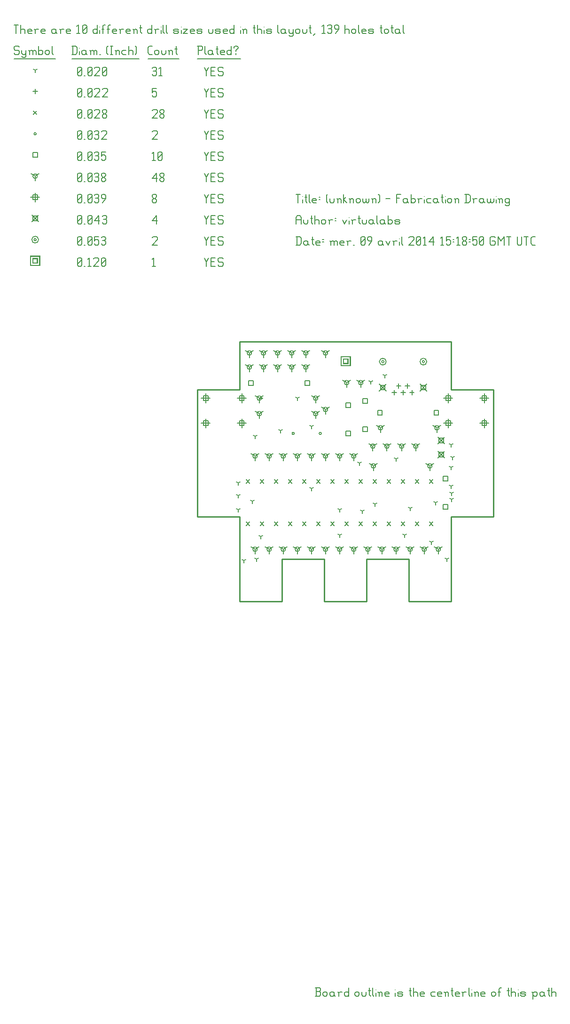
<source format=gbr>
G04 start of page 11 for group -3984 idx -3984 *
G04 Title: (unknown), fab *
G04 Creator: pcb 20110918 *
G04 CreationDate: mer. 09 avril 2014 15:18:50 GMT UTC *
G04 For: virtualabs *
G04 Format: Gerber/RS-274X *
G04 PCB-Dimensions: 600000 500000 *
G04 PCB-Coordinate-Origin: lower left *
%MOIN*%
%FSLAX25Y25*%
%LNFAB*%
%ADD100C,0.0100*%
%ADD99C,0.0075*%
%ADD98C,0.0060*%
%ADD97R,0.0080X0.0080*%
G54D97*X233724Y441732D02*X236924D01*
X233724D02*Y438532D01*
X236924D01*
Y441732D02*Y438532D01*
X232124Y443332D02*X238524D01*
X232124D02*Y436932D01*
X238524D01*
Y443332D02*Y436932D01*
X13400Y512850D02*X16600D01*
X13400D02*Y509650D01*
X16600D01*
Y512850D02*Y509650D01*
X11800Y514450D02*X18200D01*
X11800D02*Y508050D01*
X18200D01*
Y514450D02*Y508050D01*
G54D98*X135000Y513500D02*X136500Y510500D01*
X138000Y513500D01*
X136500Y510500D02*Y507500D01*
X139800Y510800D02*X142050D01*
X139800Y507500D02*X142800D01*
X139800Y513500D02*Y507500D01*
Y513500D02*X142800D01*
X147600D02*X148350Y512750D01*
X145350Y513500D02*X147600D01*
X144600Y512750D02*X145350Y513500D01*
X144600Y512750D02*Y511250D01*
X145350Y510500D01*
X147600D01*
X148350Y509750D01*
Y508250D01*
X147600Y507500D02*X148350Y508250D01*
X145350Y507500D02*X147600D01*
X144600Y508250D02*X145350Y507500D01*
X98000Y512300D02*X99200Y513500D01*
Y507500D01*
X98000D02*X100250D01*
X45000Y508250D02*X45750Y507500D01*
X45000Y512750D02*Y508250D01*
Y512750D02*X45750Y513500D01*
X47250D01*
X48000Y512750D01*
Y508250D01*
X47250Y507500D02*X48000Y508250D01*
X45750Y507500D02*X47250D01*
X45000Y509000D02*X48000Y512000D01*
X49800Y507500D02*X50550D01*
X52350Y512300D02*X53550Y513500D01*
Y507500D01*
X52350D02*X54600D01*
X56400Y512750D02*X57150Y513500D01*
X59400D01*
X60150Y512750D01*
Y511250D01*
X56400Y507500D02*X60150Y511250D01*
X56400Y507500D02*X60150D01*
X61950Y508250D02*X62700Y507500D01*
X61950Y512750D02*Y508250D01*
Y512750D02*X62700Y513500D01*
X64200D01*
X64950Y512750D01*
Y508250D01*
X64200Y507500D02*X64950Y508250D01*
X62700Y507500D02*X64200D01*
X61950Y509000D02*X64950Y512000D01*
X260830Y439850D02*G75*G03X262430Y439850I800J0D01*G01*
G75*G03X260830Y439850I-800J0D01*G01*
X259230D02*G75*G03X264030Y439850I2400J0D01*G01*
G75*G03X259230Y439850I-2400J0D01*G01*
X289570D02*G75*G03X291170Y439850I800J0D01*G01*
G75*G03X289570Y439850I-800J0D01*G01*
X287970D02*G75*G03X292770Y439850I2400J0D01*G01*
G75*G03X287970Y439850I-2400J0D01*G01*
X14200Y526250D02*G75*G03X15800Y526250I800J0D01*G01*
G75*G03X14200Y526250I-800J0D01*G01*
X12600D02*G75*G03X17400Y526250I2400J0D01*G01*
G75*G03X12600Y526250I-2400J0D01*G01*
X135000Y528500D02*X136500Y525500D01*
X138000Y528500D01*
X136500Y525500D02*Y522500D01*
X139800Y525800D02*X142050D01*
X139800Y522500D02*X142800D01*
X139800Y528500D02*Y522500D01*
Y528500D02*X142800D01*
X147600D02*X148350Y527750D01*
X145350Y528500D02*X147600D01*
X144600Y527750D02*X145350Y528500D01*
X144600Y527750D02*Y526250D01*
X145350Y525500D01*
X147600D01*
X148350Y524750D01*
Y523250D01*
X147600Y522500D02*X148350Y523250D01*
X145350Y522500D02*X147600D01*
X144600Y523250D02*X145350Y522500D01*
X98000Y527750D02*X98750Y528500D01*
X101000D01*
X101750Y527750D01*
Y526250D01*
X98000Y522500D02*X101750Y526250D01*
X98000Y522500D02*X101750D01*
X45000Y523250D02*X45750Y522500D01*
X45000Y527750D02*Y523250D01*
Y527750D02*X45750Y528500D01*
X47250D01*
X48000Y527750D01*
Y523250D01*
X47250Y522500D02*X48000Y523250D01*
X45750Y522500D02*X47250D01*
X45000Y524000D02*X48000Y527000D01*
X49800Y522500D02*X50550D01*
X52350Y523250D02*X53100Y522500D01*
X52350Y527750D02*Y523250D01*
Y527750D02*X53100Y528500D01*
X54600D01*
X55350Y527750D01*
Y523250D01*
X54600Y522500D02*X55350Y523250D01*
X53100Y522500D02*X54600D01*
X52350Y524000D02*X55350Y527000D01*
X57150Y528500D02*X60150D01*
X57150D02*Y525500D01*
X57900Y526250D01*
X59400D01*
X60150Y525500D01*
Y523250D01*
X59400Y522500D02*X60150Y523250D01*
X57900Y522500D02*X59400D01*
X57150Y523250D02*X57900Y522500D01*
X61950Y527750D02*X62700Y528500D01*
X64200D01*
X64950Y527750D01*
X64200Y522500D02*X64950Y523250D01*
X62700Y522500D02*X64200D01*
X61950Y523250D02*X62700Y522500D01*
Y525800D02*X64200D01*
X64950Y527750D02*Y526550D01*
Y525050D02*Y523250D01*
Y525050D02*X64200Y525800D01*
X64950Y526550D02*X64200Y525800D01*
X300600Y386400D02*X305400Y381600D01*
X300600D02*X305400Y386400D01*
X301400Y385600D02*X304600D01*
X301400D02*Y382400D01*
X304600D01*
Y385600D02*Y382400D01*
X300600Y376400D02*X305400Y371600D01*
X300600D02*X305400Y376400D01*
X301400Y375600D02*X304600D01*
X301400D02*Y372400D01*
X304600D01*
Y375600D02*Y372400D01*
X259230Y423943D02*X264030Y419143D01*
X259230D02*X264030Y423943D01*
X260030Y423143D02*X263230D01*
X260030D02*Y419943D01*
X263230D01*
Y423143D02*Y419943D01*
X287970Y423943D02*X292770Y419143D01*
X287970D02*X292770Y423943D01*
X288770Y423143D02*X291970D01*
X288770D02*Y419943D01*
X291970D01*
Y423143D02*Y419943D01*
X12600Y543650D02*X17400Y538850D01*
X12600D02*X17400Y543650D01*
X13400Y542850D02*X16600D01*
X13400D02*Y539650D01*
X16600D01*
Y542850D02*Y539650D01*
X135000Y543500D02*X136500Y540500D01*
X138000Y543500D01*
X136500Y540500D02*Y537500D01*
X139800Y540800D02*X142050D01*
X139800Y537500D02*X142800D01*
X139800Y543500D02*Y537500D01*
Y543500D02*X142800D01*
X147600D02*X148350Y542750D01*
X145350Y543500D02*X147600D01*
X144600Y542750D02*X145350Y543500D01*
X144600Y542750D02*Y541250D01*
X145350Y540500D01*
X147600D01*
X148350Y539750D01*
Y538250D01*
X147600Y537500D02*X148350Y538250D01*
X145350Y537500D02*X147600D01*
X144600Y538250D02*X145350Y537500D01*
X98000Y539750D02*X101000Y543500D01*
X98000Y539750D02*X101750D01*
X101000Y543500D02*Y537500D01*
X45000Y538250D02*X45750Y537500D01*
X45000Y542750D02*Y538250D01*
Y542750D02*X45750Y543500D01*
X47250D01*
X48000Y542750D01*
Y538250D01*
X47250Y537500D02*X48000Y538250D01*
X45750Y537500D02*X47250D01*
X45000Y539000D02*X48000Y542000D01*
X49800Y537500D02*X50550D01*
X52350Y538250D02*X53100Y537500D01*
X52350Y542750D02*Y538250D01*
Y542750D02*X53100Y543500D01*
X54600D01*
X55350Y542750D01*
Y538250D01*
X54600Y537500D02*X55350Y538250D01*
X53100Y537500D02*X54600D01*
X52350Y539000D02*X55350Y542000D01*
X57150Y539750D02*X60150Y543500D01*
X57150Y539750D02*X60900D01*
X60150Y543500D02*Y537500D01*
X62700Y542750D02*X63450Y543500D01*
X64950D01*
X65700Y542750D01*
X64950Y537500D02*X65700Y538250D01*
X63450Y537500D02*X64950D01*
X62700Y538250D02*X63450Y537500D01*
Y540800D02*X64950D01*
X65700Y542750D02*Y541550D01*
Y540050D02*Y538250D01*
Y540050D02*X64950Y540800D01*
X65700Y541550D02*X64950Y540800D01*
X308000Y417200D02*Y410800D01*
X304800Y414000D02*X311200D01*
X306400Y415600D02*X309600D01*
X306400D02*Y412400D01*
X309600D01*
Y415600D02*Y412400D01*
X333591Y417200D02*Y410800D01*
X330391Y414000D02*X336791D01*
X331991Y415600D02*X335191D01*
X331991D02*Y412400D01*
X335191D01*
Y415600D02*Y412400D01*
X333591Y399483D02*Y393083D01*
X330391Y396283D02*X336791D01*
X331991Y397883D02*X335191D01*
X331991D02*Y394683D01*
X335191D01*
Y397883D02*Y394683D01*
X308000Y399483D02*Y393083D01*
X304800Y396283D02*X311200D01*
X306400Y397883D02*X309600D01*
X306400D02*Y394683D01*
X309600D01*
Y397883D02*Y394683D01*
X136000Y417200D02*Y410800D01*
X132800Y414000D02*X139200D01*
X134400Y415600D02*X137600D01*
X134400D02*Y412400D01*
X137600D01*
Y415600D02*Y412400D01*
X161591Y417200D02*Y410800D01*
X158391Y414000D02*X164791D01*
X159991Y415600D02*X163191D01*
X159991D02*Y412400D01*
X163191D01*
Y415600D02*Y412400D01*
X161591Y399483D02*Y393083D01*
X158391Y396283D02*X164791D01*
X159991Y397883D02*X163191D01*
X159991D02*Y394683D01*
X163191D01*
Y397883D02*Y394683D01*
X136000Y399483D02*Y393083D01*
X132800Y396283D02*X139200D01*
X134400Y397883D02*X137600D01*
X134400D02*Y394683D01*
X137600D01*
Y397883D02*Y394683D01*
X15000Y559450D02*Y553050D01*
X11800Y556250D02*X18200D01*
X13400Y557850D02*X16600D01*
X13400D02*Y554650D01*
X16600D01*
Y557850D02*Y554650D01*
X135000Y558500D02*X136500Y555500D01*
X138000Y558500D01*
X136500Y555500D02*Y552500D01*
X139800Y555800D02*X142050D01*
X139800Y552500D02*X142800D01*
X139800Y558500D02*Y552500D01*
Y558500D02*X142800D01*
X147600D02*X148350Y557750D01*
X145350Y558500D02*X147600D01*
X144600Y557750D02*X145350Y558500D01*
X144600Y557750D02*Y556250D01*
X145350Y555500D01*
X147600D01*
X148350Y554750D01*
Y553250D01*
X147600Y552500D02*X148350Y553250D01*
X145350Y552500D02*X147600D01*
X144600Y553250D02*X145350Y552500D01*
X98000Y553250D02*X98750Y552500D01*
X98000Y554450D02*Y553250D01*
Y554450D02*X99050Y555500D01*
X99950D01*
X101000Y554450D01*
Y553250D01*
X100250Y552500D02*X101000Y553250D01*
X98750Y552500D02*X100250D01*
X98000Y556550D02*X99050Y555500D01*
X98000Y557750D02*Y556550D01*
Y557750D02*X98750Y558500D01*
X100250D01*
X101000Y557750D01*
Y556550D01*
X99950Y555500D02*X101000Y556550D01*
X45000Y553250D02*X45750Y552500D01*
X45000Y557750D02*Y553250D01*
Y557750D02*X45750Y558500D01*
X47250D01*
X48000Y557750D01*
Y553250D01*
X47250Y552500D02*X48000Y553250D01*
X45750Y552500D02*X47250D01*
X45000Y554000D02*X48000Y557000D01*
X49800Y552500D02*X50550D01*
X52350Y553250D02*X53100Y552500D01*
X52350Y557750D02*Y553250D01*
Y557750D02*X53100Y558500D01*
X54600D01*
X55350Y557750D01*
Y553250D01*
X54600Y552500D02*X55350Y553250D01*
X53100Y552500D02*X54600D01*
X52350Y554000D02*X55350Y557000D01*
X57150Y557750D02*X57900Y558500D01*
X59400D01*
X60150Y557750D01*
X59400Y552500D02*X60150Y553250D01*
X57900Y552500D02*X59400D01*
X57150Y553250D02*X57900Y552500D01*
Y555800D02*X59400D01*
X60150Y557750D02*Y556550D01*
Y555050D02*Y553250D01*
Y555050D02*X59400Y555800D01*
X60150Y556550D02*X59400Y555800D01*
X62700Y552500D02*X64950Y555500D01*
Y557750D02*Y555500D01*
X64200Y558500D02*X64950Y557750D01*
X62700Y558500D02*X64200D01*
X61950Y557750D02*X62700Y558500D01*
X61950Y557750D02*Y556250D01*
X62700Y555500D01*
X64950D01*
X260000Y393000D02*Y389800D01*
Y393000D02*X262773Y394600D01*
X260000Y393000D02*X257227Y394600D01*
X258400Y393000D02*G75*G03X261600Y393000I1600J0D01*G01*
G75*G03X258400Y393000I-1600J0D01*G01*
X300000D02*Y389800D01*
Y393000D02*X302773Y394600D01*
X300000Y393000D02*X297227Y394600D01*
X298400Y393000D02*G75*G03X301600Y393000I1600J0D01*G01*
G75*G03X298400Y393000I-1600J0D01*G01*
X301000Y307000D02*Y303800D01*
Y307000D02*X303773Y308600D01*
X301000Y307000D02*X298227Y308600D01*
X299400Y307000D02*G75*G03X302600Y307000I1600J0D01*G01*
G75*G03X299400Y307000I-1600J0D01*G01*
X291000D02*Y303800D01*
Y307000D02*X293773Y308600D01*
X291000Y307000D02*X288227Y308600D01*
X289400Y307000D02*G75*G03X292600Y307000I1600J0D01*G01*
G75*G03X289400Y307000I-1600J0D01*G01*
X281000D02*Y303800D01*
Y307000D02*X283773Y308600D01*
X281000Y307000D02*X278227Y308600D01*
X279400Y307000D02*G75*G03X282600Y307000I1600J0D01*G01*
G75*G03X279400Y307000I-1600J0D01*G01*
X271000D02*Y303800D01*
Y307000D02*X273773Y308600D01*
X271000Y307000D02*X268227Y308600D01*
X269400Y307000D02*G75*G03X272600Y307000I1600J0D01*G01*
G75*G03X269400Y307000I-1600J0D01*G01*
X261000D02*Y303800D01*
Y307000D02*X263773Y308600D01*
X261000Y307000D02*X258227Y308600D01*
X259400Y307000D02*G75*G03X262600Y307000I1600J0D01*G01*
G75*G03X259400Y307000I-1600J0D01*G01*
X251000D02*Y303800D01*
Y307000D02*X253773Y308600D01*
X251000Y307000D02*X248227Y308600D01*
X249400Y307000D02*G75*G03X252600Y307000I1600J0D01*G01*
G75*G03X249400Y307000I-1600J0D01*G01*
X241000D02*Y303800D01*
Y307000D02*X243773Y308600D01*
X241000Y307000D02*X238227Y308600D01*
X239400Y307000D02*G75*G03X242600Y307000I1600J0D01*G01*
G75*G03X239400Y307000I-1600J0D01*G01*
X231000D02*Y303800D01*
Y307000D02*X233773Y308600D01*
X231000Y307000D02*X228227Y308600D01*
X229400Y307000D02*G75*G03X232600Y307000I1600J0D01*G01*
G75*G03X229400Y307000I-1600J0D01*G01*
X221000D02*Y303800D01*
Y307000D02*X223773Y308600D01*
X221000Y307000D02*X218227Y308600D01*
X219400Y307000D02*G75*G03X222600Y307000I1600J0D01*G01*
G75*G03X219400Y307000I-1600J0D01*G01*
X211000D02*Y303800D01*
Y307000D02*X213773Y308600D01*
X211000Y307000D02*X208227Y308600D01*
X209400Y307000D02*G75*G03X212600Y307000I1600J0D01*G01*
G75*G03X209400Y307000I-1600J0D01*G01*
X201000D02*Y303800D01*
Y307000D02*X203773Y308600D01*
X201000Y307000D02*X198227Y308600D01*
X199400Y307000D02*G75*G03X202600Y307000I1600J0D01*G01*
G75*G03X199400Y307000I-1600J0D01*G01*
X191000D02*Y303800D01*
Y307000D02*X193773Y308600D01*
X191000Y307000D02*X188227Y308600D01*
X189400Y307000D02*G75*G03X192600Y307000I1600J0D01*G01*
G75*G03X189400Y307000I-1600J0D01*G01*
X181000D02*Y303800D01*
Y307000D02*X183773Y308600D01*
X181000Y307000D02*X178227Y308600D01*
X179400Y307000D02*G75*G03X182600Y307000I1600J0D01*G01*
G75*G03X179400Y307000I-1600J0D01*G01*
X171000D02*Y303800D01*
Y307000D02*X173773Y308600D01*
X171000Y307000D02*X168227Y308600D01*
X169400Y307000D02*G75*G03X172600Y307000I1600J0D01*G01*
G75*G03X169400Y307000I-1600J0D01*G01*
X295000Y366000D02*Y362800D01*
Y366000D02*X297773Y367600D01*
X295000Y366000D02*X292227Y367600D01*
X293400Y366000D02*G75*G03X296600Y366000I1600J0D01*G01*
G75*G03X293400Y366000I-1600J0D01*G01*
X255000D02*Y362800D01*
Y366000D02*X257773Y367600D01*
X255000Y366000D02*X252227Y367600D01*
X253400Y366000D02*G75*G03X256600Y366000I1600J0D01*G01*
G75*G03X253400Y366000I-1600J0D01*G01*
X171000Y373000D02*Y369800D01*
Y373000D02*X173773Y374600D01*
X171000Y373000D02*X168227Y374600D01*
X169400Y373000D02*G75*G03X172600Y373000I1600J0D01*G01*
G75*G03X169400Y373000I-1600J0D01*G01*
X181000D02*Y369800D01*
Y373000D02*X183773Y374600D01*
X181000Y373000D02*X178227Y374600D01*
X179400Y373000D02*G75*G03X182600Y373000I1600J0D01*G01*
G75*G03X179400Y373000I-1600J0D01*G01*
X191000D02*Y369800D01*
Y373000D02*X193773Y374600D01*
X191000Y373000D02*X188227Y374600D01*
X189400Y373000D02*G75*G03X192600Y373000I1600J0D01*G01*
G75*G03X189400Y373000I-1600J0D01*G01*
X201000D02*Y369800D01*
Y373000D02*X203773Y374600D01*
X201000Y373000D02*X198227Y374600D01*
X199400Y373000D02*G75*G03X202600Y373000I1600J0D01*G01*
G75*G03X199400Y373000I-1600J0D01*G01*
X211000D02*Y369800D01*
Y373000D02*X213773Y374600D01*
X211000Y373000D02*X208227Y374600D01*
X209400Y373000D02*G75*G03X212600Y373000I1600J0D01*G01*
G75*G03X209400Y373000I-1600J0D01*G01*
X221000D02*Y369800D01*
Y373000D02*X223773Y374600D01*
X221000Y373000D02*X218227Y374600D01*
X219400Y373000D02*G75*G03X222600Y373000I1600J0D01*G01*
G75*G03X219400Y373000I-1600J0D01*G01*
X231000D02*Y369800D01*
Y373000D02*X233773Y374600D01*
X231000Y373000D02*X228227Y374600D01*
X229400Y373000D02*G75*G03X232600Y373000I1600J0D01*G01*
G75*G03X229400Y373000I-1600J0D01*G01*
X241000D02*Y369800D01*
Y373000D02*X243773Y374600D01*
X241000Y373000D02*X238227Y374600D01*
X239400Y373000D02*G75*G03X242600Y373000I1600J0D01*G01*
G75*G03X239400Y373000I-1600J0D01*G01*
X167000Y436000D02*Y432800D01*
Y436000D02*X169773Y437600D01*
X167000Y436000D02*X164227Y437600D01*
X165400Y436000D02*G75*G03X168600Y436000I1600J0D01*G01*
G75*G03X165400Y436000I-1600J0D01*G01*
X167000Y446000D02*Y442800D01*
Y446000D02*X169773Y447600D01*
X167000Y446000D02*X164227Y447600D01*
X165400Y446000D02*G75*G03X168600Y446000I1600J0D01*G01*
G75*G03X165400Y446000I-1600J0D01*G01*
X177000Y436000D02*Y432800D01*
Y436000D02*X179773Y437600D01*
X177000Y436000D02*X174227Y437600D01*
X175400Y436000D02*G75*G03X178600Y436000I1600J0D01*G01*
G75*G03X175400Y436000I-1600J0D01*G01*
X177000Y446000D02*Y442800D01*
Y446000D02*X179773Y447600D01*
X177000Y446000D02*X174227Y447600D01*
X175400Y446000D02*G75*G03X178600Y446000I1600J0D01*G01*
G75*G03X175400Y446000I-1600J0D01*G01*
X187000Y436000D02*Y432800D01*
Y436000D02*X189773Y437600D01*
X187000Y436000D02*X184227Y437600D01*
X185400Y436000D02*G75*G03X188600Y436000I1600J0D01*G01*
G75*G03X185400Y436000I-1600J0D01*G01*
X187000Y446000D02*Y442800D01*
Y446000D02*X189773Y447600D01*
X187000Y446000D02*X184227Y447600D01*
X185400Y446000D02*G75*G03X188600Y446000I1600J0D01*G01*
G75*G03X185400Y446000I-1600J0D01*G01*
X197000Y436000D02*Y432800D01*
Y436000D02*X199773Y437600D01*
X197000Y436000D02*X194227Y437600D01*
X195400Y436000D02*G75*G03X198600Y436000I1600J0D01*G01*
G75*G03X195400Y436000I-1600J0D01*G01*
X197000Y446000D02*Y442800D01*
Y446000D02*X199773Y447600D01*
X197000Y446000D02*X194227Y447600D01*
X195400Y446000D02*G75*G03X198600Y446000I1600J0D01*G01*
G75*G03X195400Y446000I-1600J0D01*G01*
X207000Y436000D02*Y432800D01*
Y436000D02*X209773Y437600D01*
X207000Y436000D02*X204227Y437600D01*
X205400Y436000D02*G75*G03X208600Y436000I1600J0D01*G01*
G75*G03X205400Y436000I-1600J0D01*G01*
X207000Y446000D02*Y442800D01*
Y446000D02*X209773Y447600D01*
X207000Y446000D02*X204227Y447600D01*
X205400Y446000D02*G75*G03X208600Y446000I1600J0D01*G01*
G75*G03X205400Y446000I-1600J0D01*G01*
X236000Y425000D02*Y421800D01*
Y425000D02*X238773Y426600D01*
X236000Y425000D02*X233227Y426600D01*
X234400Y425000D02*G75*G03X237600Y425000I1600J0D01*G01*
G75*G03X234400Y425000I-1600J0D01*G01*
X246000D02*Y421800D01*
Y425000D02*X248773Y426600D01*
X246000Y425000D02*X243227Y426600D01*
X244400Y425000D02*G75*G03X247600Y425000I1600J0D01*G01*
G75*G03X244400Y425000I-1600J0D01*G01*
X221000Y446000D02*Y442800D01*
Y446000D02*X223773Y447600D01*
X221000Y446000D02*X218227Y447600D01*
X219400Y446000D02*G75*G03X222600Y446000I1600J0D01*G01*
G75*G03X219400Y446000I-1600J0D01*G01*
X221000Y406000D02*Y402800D01*
Y406000D02*X223773Y407600D01*
X221000Y406000D02*X218227Y407600D01*
X219400Y406000D02*G75*G03X222600Y406000I1600J0D01*G01*
G75*G03X219400Y406000I-1600J0D01*G01*
X174000Y414000D02*Y410800D01*
Y414000D02*X176773Y415600D01*
X174000Y414000D02*X171227Y415600D01*
X172400Y414000D02*G75*G03X175600Y414000I1600J0D01*G01*
G75*G03X172400Y414000I-1600J0D01*G01*
X214000D02*Y410800D01*
Y414000D02*X216773Y415600D01*
X214000Y414000D02*X211227Y415600D01*
X212400Y414000D02*G75*G03X215600Y414000I1600J0D01*G01*
G75*G03X212400Y414000I-1600J0D01*G01*
X174000Y403000D02*Y399800D01*
Y403000D02*X176773Y404600D01*
X174000Y403000D02*X171227Y404600D01*
X172400Y403000D02*G75*G03X175600Y403000I1600J0D01*G01*
G75*G03X172400Y403000I-1600J0D01*G01*
X214000D02*Y399800D01*
Y403000D02*X216773Y404600D01*
X214000Y403000D02*X211227Y404600D01*
X212400Y403000D02*G75*G03X215600Y403000I1600J0D01*G01*
G75*G03X212400Y403000I-1600J0D01*G01*
X275000Y380000D02*Y376800D01*
Y380000D02*X277773Y381600D01*
X275000Y380000D02*X272227Y381600D01*
X273400Y380000D02*G75*G03X276600Y380000I1600J0D01*G01*
G75*G03X273400Y380000I-1600J0D01*G01*
X285000D02*Y376800D01*
Y380000D02*X287773Y381600D01*
X285000Y380000D02*X282227Y381600D01*
X283400Y380000D02*G75*G03X286600Y380000I1600J0D01*G01*
G75*G03X283400Y380000I-1600J0D01*G01*
X254500D02*Y376800D01*
Y380000D02*X257273Y381600D01*
X254500Y380000D02*X251727Y381600D01*
X252900Y380000D02*G75*G03X256100Y380000I1600J0D01*G01*
G75*G03X252900Y380000I-1600J0D01*G01*
X264500D02*Y376800D01*
Y380000D02*X267273Y381600D01*
X264500Y380000D02*X261727Y381600D01*
X262900Y380000D02*G75*G03X266100Y380000I1600J0D01*G01*
G75*G03X262900Y380000I-1600J0D01*G01*
X15000Y571250D02*Y568050D01*
Y571250D02*X17773Y572850D01*
X15000Y571250D02*X12227Y572850D01*
X13400Y571250D02*G75*G03X16600Y571250I1600J0D01*G01*
G75*G03X13400Y571250I-1600J0D01*G01*
X135000Y573500D02*X136500Y570500D01*
X138000Y573500D01*
X136500Y570500D02*Y567500D01*
X139800Y570800D02*X142050D01*
X139800Y567500D02*X142800D01*
X139800Y573500D02*Y567500D01*
Y573500D02*X142800D01*
X147600D02*X148350Y572750D01*
X145350Y573500D02*X147600D01*
X144600Y572750D02*X145350Y573500D01*
X144600Y572750D02*Y571250D01*
X145350Y570500D01*
X147600D01*
X148350Y569750D01*
Y568250D01*
X147600Y567500D02*X148350Y568250D01*
X145350Y567500D02*X147600D01*
X144600Y568250D02*X145350Y567500D01*
X98000Y569750D02*X101000Y573500D01*
X98000Y569750D02*X101750D01*
X101000Y573500D02*Y567500D01*
X103550Y568250D02*X104300Y567500D01*
X103550Y569450D02*Y568250D01*
Y569450D02*X104600Y570500D01*
X105500D01*
X106550Y569450D01*
Y568250D01*
X105800Y567500D02*X106550Y568250D01*
X104300Y567500D02*X105800D01*
X103550Y571550D02*X104600Y570500D01*
X103550Y572750D02*Y571550D01*
Y572750D02*X104300Y573500D01*
X105800D01*
X106550Y572750D01*
Y571550D01*
X105500Y570500D02*X106550Y571550D01*
X45000Y568250D02*X45750Y567500D01*
X45000Y572750D02*Y568250D01*
Y572750D02*X45750Y573500D01*
X47250D01*
X48000Y572750D01*
Y568250D01*
X47250Y567500D02*X48000Y568250D01*
X45750Y567500D02*X47250D01*
X45000Y569000D02*X48000Y572000D01*
X49800Y567500D02*X50550D01*
X52350Y568250D02*X53100Y567500D01*
X52350Y572750D02*Y568250D01*
Y572750D02*X53100Y573500D01*
X54600D01*
X55350Y572750D01*
Y568250D01*
X54600Y567500D02*X55350Y568250D01*
X53100Y567500D02*X54600D01*
X52350Y569000D02*X55350Y572000D01*
X57150Y572750D02*X57900Y573500D01*
X59400D01*
X60150Y572750D01*
X59400Y567500D02*X60150Y568250D01*
X57900Y567500D02*X59400D01*
X57150Y568250D02*X57900Y567500D01*
Y570800D02*X59400D01*
X60150Y572750D02*Y571550D01*
Y570050D02*Y568250D01*
Y570050D02*X59400Y570800D01*
X60150Y571550D02*X59400Y570800D01*
X61950Y568250D02*X62700Y567500D01*
X61950Y569450D02*Y568250D01*
Y569450D02*X63000Y570500D01*
X63900D01*
X64950Y569450D01*
Y568250D01*
X64200Y567500D02*X64950Y568250D01*
X62700Y567500D02*X64200D01*
X61950Y571550D02*X63000Y570500D01*
X61950Y572750D02*Y571550D01*
Y572750D02*X62700Y573500D01*
X64200D01*
X64950Y572750D01*
Y571550D01*
X63900Y570500D02*X64950Y571550D01*
X304400Y358600D02*X307600D01*
X304400D02*Y355400D01*
X307600D01*
Y358600D02*Y355400D01*
X304400Y338600D02*X307600D01*
X304400D02*Y335400D01*
X307600D01*
Y338600D02*Y335400D01*
X235400Y410600D02*X238600D01*
X235400D02*Y407400D01*
X238600D01*
Y410600D02*Y407400D01*
X235400Y390600D02*X238600D01*
X235400D02*Y387400D01*
X238600D01*
Y390600D02*Y387400D01*
X247400Y393600D02*X250600D01*
X247400D02*Y390400D01*
X250600D01*
Y393600D02*Y390400D01*
X247400Y413600D02*X250600D01*
X247400D02*Y410400D01*
X250600D01*
Y413600D02*Y410400D01*
X166385Y426350D02*X169585D01*
X166385D02*Y423150D01*
X169585D01*
Y426350D02*Y423150D01*
X206385Y426350D02*X209585D01*
X206385D02*Y423150D01*
X209585D01*
Y426350D02*Y423150D01*
X297915Y405350D02*X301115D01*
X297915D02*Y402150D01*
X301115D01*
Y405350D02*Y402150D01*
X257915Y405350D02*X261115D01*
X257915D02*Y402150D01*
X261115D01*
Y405350D02*Y402150D01*
X13400Y587850D02*X16600D01*
X13400D02*Y584650D01*
X16600D01*
Y587850D02*Y584650D01*
X135000Y588500D02*X136500Y585500D01*
X138000Y588500D01*
X136500Y585500D02*Y582500D01*
X139800Y585800D02*X142050D01*
X139800Y582500D02*X142800D01*
X139800Y588500D02*Y582500D01*
Y588500D02*X142800D01*
X147600D02*X148350Y587750D01*
X145350Y588500D02*X147600D01*
X144600Y587750D02*X145350Y588500D01*
X144600Y587750D02*Y586250D01*
X145350Y585500D01*
X147600D01*
X148350Y584750D01*
Y583250D01*
X147600Y582500D02*X148350Y583250D01*
X145350Y582500D02*X147600D01*
X144600Y583250D02*X145350Y582500D01*
X98000Y587300D02*X99200Y588500D01*
Y582500D01*
X98000D02*X100250D01*
X102050Y583250D02*X102800Y582500D01*
X102050Y587750D02*Y583250D01*
Y587750D02*X102800Y588500D01*
X104300D01*
X105050Y587750D01*
Y583250D01*
X104300Y582500D02*X105050Y583250D01*
X102800Y582500D02*X104300D01*
X102050Y584000D02*X105050Y587000D01*
X45000Y583250D02*X45750Y582500D01*
X45000Y587750D02*Y583250D01*
Y587750D02*X45750Y588500D01*
X47250D01*
X48000Y587750D01*
Y583250D01*
X47250Y582500D02*X48000Y583250D01*
X45750Y582500D02*X47250D01*
X45000Y584000D02*X48000Y587000D01*
X49800Y582500D02*X50550D01*
X52350Y583250D02*X53100Y582500D01*
X52350Y587750D02*Y583250D01*
Y587750D02*X53100Y588500D01*
X54600D01*
X55350Y587750D01*
Y583250D01*
X54600Y582500D02*X55350Y583250D01*
X53100Y582500D02*X54600D01*
X52350Y584000D02*X55350Y587000D01*
X57150Y587750D02*X57900Y588500D01*
X59400D01*
X60150Y587750D01*
X59400Y582500D02*X60150Y583250D01*
X57900Y582500D02*X59400D01*
X57150Y583250D02*X57900Y582500D01*
Y585800D02*X59400D01*
X60150Y587750D02*Y586550D01*
Y585050D02*Y583250D01*
Y585050D02*X59400Y585800D01*
X60150Y586550D02*X59400Y585800D01*
X61950Y588500D02*X64950D01*
X61950D02*Y585500D01*
X62700Y586250D01*
X64200D01*
X64950Y585500D01*
Y583250D01*
X64200Y582500D02*X64950Y583250D01*
X62700Y582500D02*X64200D01*
X61950Y583250D02*X62700Y582500D01*
X197200Y389000D02*G75*G03X198800Y389000I800J0D01*G01*
G75*G03X197200Y389000I-800J0D01*G01*
X216400D02*G75*G03X218000Y389000I800J0D01*G01*
G75*G03X216400Y389000I-800J0D01*G01*
X14200Y601250D02*G75*G03X15800Y601250I800J0D01*G01*
G75*G03X14200Y601250I-800J0D01*G01*
X135000Y603500D02*X136500Y600500D01*
X138000Y603500D01*
X136500Y600500D02*Y597500D01*
X139800Y600800D02*X142050D01*
X139800Y597500D02*X142800D01*
X139800Y603500D02*Y597500D01*
Y603500D02*X142800D01*
X147600D02*X148350Y602750D01*
X145350Y603500D02*X147600D01*
X144600Y602750D02*X145350Y603500D01*
X144600Y602750D02*Y601250D01*
X145350Y600500D01*
X147600D01*
X148350Y599750D01*
Y598250D01*
X147600Y597500D02*X148350Y598250D01*
X145350Y597500D02*X147600D01*
X144600Y598250D02*X145350Y597500D01*
X98000Y602750D02*X98750Y603500D01*
X101000D01*
X101750Y602750D01*
Y601250D01*
X98000Y597500D02*X101750Y601250D01*
X98000Y597500D02*X101750D01*
X45000Y598250D02*X45750Y597500D01*
X45000Y602750D02*Y598250D01*
Y602750D02*X45750Y603500D01*
X47250D01*
X48000Y602750D01*
Y598250D01*
X47250Y597500D02*X48000Y598250D01*
X45750Y597500D02*X47250D01*
X45000Y599000D02*X48000Y602000D01*
X49800Y597500D02*X50550D01*
X52350Y598250D02*X53100Y597500D01*
X52350Y602750D02*Y598250D01*
Y602750D02*X53100Y603500D01*
X54600D01*
X55350Y602750D01*
Y598250D01*
X54600Y597500D02*X55350Y598250D01*
X53100Y597500D02*X54600D01*
X52350Y599000D02*X55350Y602000D01*
X57150Y602750D02*X57900Y603500D01*
X59400D01*
X60150Y602750D01*
X59400Y597500D02*X60150Y598250D01*
X57900Y597500D02*X59400D01*
X57150Y598250D02*X57900Y597500D01*
Y600800D02*X59400D01*
X60150Y602750D02*Y601550D01*
Y600050D02*Y598250D01*
Y600050D02*X59400Y600800D01*
X60150Y601550D02*X59400Y600800D01*
X61950Y602750D02*X62700Y603500D01*
X64950D01*
X65700Y602750D01*
Y601250D01*
X61950Y597500D02*X65700Y601250D01*
X61950Y597500D02*X65700D01*
X294800Y356200D02*X297200Y353800D01*
X294800D02*X297200Y356200D01*
X284800D02*X287200Y353800D01*
X284800D02*X287200Y356200D01*
X274800D02*X277200Y353800D01*
X274800D02*X277200Y356200D01*
X264800D02*X267200Y353800D01*
X264800D02*X267200Y356200D01*
X254800D02*X257200Y353800D01*
X254800D02*X257200Y356200D01*
X244800D02*X247200Y353800D01*
X244800D02*X247200Y356200D01*
X234800D02*X237200Y353800D01*
X234800D02*X237200Y356200D01*
X224800D02*X227200Y353800D01*
X224800D02*X227200Y356200D01*
X214800D02*X217200Y353800D01*
X214800D02*X217200Y356200D01*
X204800D02*X207200Y353800D01*
X204800D02*X207200Y356200D01*
X194800D02*X197200Y353800D01*
X194800D02*X197200Y356200D01*
X184800D02*X187200Y353800D01*
X184800D02*X187200Y356200D01*
X174800D02*X177200Y353800D01*
X174800D02*X177200Y356200D01*
X164800D02*X167200Y353800D01*
X164800D02*X167200Y356200D01*
X164800Y326200D02*X167200Y323800D01*
X164800D02*X167200Y326200D01*
X174800D02*X177200Y323800D01*
X174800D02*X177200Y326200D01*
X184800D02*X187200Y323800D01*
X184800D02*X187200Y326200D01*
X194800D02*X197200Y323800D01*
X194800D02*X197200Y326200D01*
X204800D02*X207200Y323800D01*
X204800D02*X207200Y326200D01*
X214800D02*X217200Y323800D01*
X214800D02*X217200Y326200D01*
X224800D02*X227200Y323800D01*
X224800D02*X227200Y326200D01*
X234800D02*X237200Y323800D01*
X234800D02*X237200Y326200D01*
X244800D02*X247200Y323800D01*
X244800D02*X247200Y326200D01*
X254800D02*X257200Y323800D01*
X254800D02*X257200Y326200D01*
X264800D02*X267200Y323800D01*
X264800D02*X267200Y326200D01*
X274800D02*X277200Y323800D01*
X274800D02*X277200Y326200D01*
X284800D02*X287200Y323800D01*
X284800D02*X287200Y326200D01*
X294800D02*X297200Y323800D01*
X294800D02*X297200Y326200D01*
X13800Y617450D02*X16200Y615050D01*
X13800D02*X16200Y617450D01*
X135000Y618500D02*X136500Y615500D01*
X138000Y618500D01*
X136500Y615500D02*Y612500D01*
X139800Y615800D02*X142050D01*
X139800Y612500D02*X142800D01*
X139800Y618500D02*Y612500D01*
Y618500D02*X142800D01*
X147600D02*X148350Y617750D01*
X145350Y618500D02*X147600D01*
X144600Y617750D02*X145350Y618500D01*
X144600Y617750D02*Y616250D01*
X145350Y615500D01*
X147600D01*
X148350Y614750D01*
Y613250D01*
X147600Y612500D02*X148350Y613250D01*
X145350Y612500D02*X147600D01*
X144600Y613250D02*X145350Y612500D01*
X98000Y617750D02*X98750Y618500D01*
X101000D01*
X101750Y617750D01*
Y616250D01*
X98000Y612500D02*X101750Y616250D01*
X98000Y612500D02*X101750D01*
X103550Y613250D02*X104300Y612500D01*
X103550Y614450D02*Y613250D01*
Y614450D02*X104600Y615500D01*
X105500D01*
X106550Y614450D01*
Y613250D01*
X105800Y612500D02*X106550Y613250D01*
X104300Y612500D02*X105800D01*
X103550Y616550D02*X104600Y615500D01*
X103550Y617750D02*Y616550D01*
Y617750D02*X104300Y618500D01*
X105800D01*
X106550Y617750D01*
Y616550D01*
X105500Y615500D02*X106550Y616550D01*
X45000Y613250D02*X45750Y612500D01*
X45000Y617750D02*Y613250D01*
Y617750D02*X45750Y618500D01*
X47250D01*
X48000Y617750D01*
Y613250D01*
X47250Y612500D02*X48000Y613250D01*
X45750Y612500D02*X47250D01*
X45000Y614000D02*X48000Y617000D01*
X49800Y612500D02*X50550D01*
X52350Y613250D02*X53100Y612500D01*
X52350Y617750D02*Y613250D01*
Y617750D02*X53100Y618500D01*
X54600D01*
X55350Y617750D01*
Y613250D01*
X54600Y612500D02*X55350Y613250D01*
X53100Y612500D02*X54600D01*
X52350Y614000D02*X55350Y617000D01*
X57150Y617750D02*X57900Y618500D01*
X60150D01*
X60900Y617750D01*
Y616250D01*
X57150Y612500D02*X60900Y616250D01*
X57150Y612500D02*X60900D01*
X62700Y613250D02*X63450Y612500D01*
X62700Y614450D02*Y613250D01*
Y614450D02*X63750Y615500D01*
X64650D01*
X65700Y614450D01*
Y613250D01*
X64950Y612500D02*X65700Y613250D01*
X63450Y612500D02*X64950D01*
X62700Y616550D02*X63750Y615500D01*
X62700Y617750D02*Y616550D01*
Y617750D02*X63450Y618500D01*
X64950D01*
X65700Y617750D01*
Y616550D01*
X64650Y615500D02*X65700Y616550D01*
X282299Y419600D02*Y416400D01*
X280699Y418000D02*X283899D01*
X279150Y424324D02*Y421124D01*
X277550Y422724D02*X280750D01*
X276000Y419600D02*Y416400D01*
X274400Y418000D02*X277600D01*
X272850Y424324D02*Y421124D01*
X271250Y422724D02*X274450D01*
X269701Y419600D02*Y416400D01*
X268101Y418000D02*X271301D01*
X15000Y632850D02*Y629650D01*
X13400Y631250D02*X16600D01*
X135000Y633500D02*X136500Y630500D01*
X138000Y633500D01*
X136500Y630500D02*Y627500D01*
X139800Y630800D02*X142050D01*
X139800Y627500D02*X142800D01*
X139800Y633500D02*Y627500D01*
Y633500D02*X142800D01*
X147600D02*X148350Y632750D01*
X145350Y633500D02*X147600D01*
X144600Y632750D02*X145350Y633500D01*
X144600Y632750D02*Y631250D01*
X145350Y630500D01*
X147600D01*
X148350Y629750D01*
Y628250D01*
X147600Y627500D02*X148350Y628250D01*
X145350Y627500D02*X147600D01*
X144600Y628250D02*X145350Y627500D01*
X98000Y633500D02*X101000D01*
X98000D02*Y630500D01*
X98750Y631250D01*
X100250D01*
X101000Y630500D01*
Y628250D01*
X100250Y627500D02*X101000Y628250D01*
X98750Y627500D02*X100250D01*
X98000Y628250D02*X98750Y627500D01*
X45000Y628250D02*X45750Y627500D01*
X45000Y632750D02*Y628250D01*
Y632750D02*X45750Y633500D01*
X47250D01*
X48000Y632750D01*
Y628250D01*
X47250Y627500D02*X48000Y628250D01*
X45750Y627500D02*X47250D01*
X45000Y629000D02*X48000Y632000D01*
X49800Y627500D02*X50550D01*
X52350Y628250D02*X53100Y627500D01*
X52350Y632750D02*Y628250D01*
Y632750D02*X53100Y633500D01*
X54600D01*
X55350Y632750D01*
Y628250D01*
X54600Y627500D02*X55350Y628250D01*
X53100Y627500D02*X54600D01*
X52350Y629000D02*X55350Y632000D01*
X57150Y632750D02*X57900Y633500D01*
X60150D01*
X60900Y632750D01*
Y631250D01*
X57150Y627500D02*X60900Y631250D01*
X57150Y627500D02*X60900D01*
X62700Y632750D02*X63450Y633500D01*
X65700D01*
X66450Y632750D01*
Y631250D01*
X62700Y627500D02*X66450Y631250D01*
X62700Y627500D02*X66450D01*
X159000Y354000D02*Y352400D01*
Y354000D02*X160387Y354800D01*
X159000Y354000D02*X157613Y354800D01*
X159000Y345000D02*Y343400D01*
Y345000D02*X160387Y345800D01*
X159000Y345000D02*X157613Y345800D01*
X159000Y335000D02*Y333400D01*
Y335000D02*X160387Y335800D01*
X159000Y335000D02*X157613Y335800D01*
X163000Y299000D02*Y297400D01*
Y299000D02*X164387Y299800D01*
X163000Y299000D02*X161613Y299800D01*
X310000Y381000D02*Y379400D01*
Y381000D02*X311387Y381800D01*
X310000Y381000D02*X308613Y381800D01*
X311000Y372000D02*Y370400D01*
Y372000D02*X312387Y372800D01*
X311000Y372000D02*X309613Y372800D01*
X310000Y365000D02*Y363400D01*
Y365000D02*X311387Y365800D01*
X310000Y365000D02*X308613Y365800D01*
X256000Y339000D02*Y337400D01*
Y339000D02*X257387Y339800D01*
X256000Y339000D02*X254613Y339800D01*
X247000Y334000D02*Y332400D01*
Y334000D02*X248387Y334800D01*
X247000Y334000D02*X245613Y334800D01*
X307000Y300000D02*Y298400D01*
Y300000D02*X308387Y300800D01*
X307000Y300000D02*X305613Y300800D01*
X310000Y351600D02*Y350000D01*
Y351600D02*X311387Y352400D01*
X310000Y351600D02*X308613Y352400D01*
X310300Y346700D02*Y345100D01*
Y346700D02*X311687Y347500D01*
X310300Y346700D02*X308913Y347500D01*
X310300Y342300D02*Y340700D01*
Y342300D02*X311687Y343100D01*
X310300Y342300D02*X308913Y343100D01*
X299000Y340000D02*Y338400D01*
Y340000D02*X300387Y340800D01*
X299000Y340000D02*X297613Y340800D01*
X296000Y312000D02*Y310400D01*
Y312000D02*X297387Y312800D01*
X296000Y312000D02*X294613Y312800D01*
X169000Y341000D02*Y339400D01*
Y341000D02*X170387Y341800D01*
X169000Y341000D02*X167613Y341800D01*
X281000Y336000D02*Y334400D01*
Y336000D02*X282387Y336800D01*
X281000Y336000D02*X279613Y336800D01*
X277000Y317000D02*Y315400D01*
Y317000D02*X278387Y317800D01*
X277000Y317000D02*X275613Y317800D01*
X231000Y335000D02*Y333400D01*
Y335000D02*X232387Y335800D01*
X231000Y335000D02*X229613Y335800D01*
X231000Y317000D02*Y315400D01*
Y317000D02*X232387Y317800D01*
X231000Y317000D02*X229613Y317800D01*
X172000Y300000D02*Y298400D01*
Y300000D02*X173387Y300800D01*
X172000Y300000D02*X170613Y300800D01*
X175100Y315900D02*Y314300D01*
Y315900D02*X176487Y316700D01*
X175100Y315900D02*X173713Y316700D01*
X211000Y350000D02*Y348400D01*
Y350000D02*X212387Y350800D01*
X211000Y350000D02*X209613Y350800D01*
X271000Y371000D02*Y369400D01*
Y371000D02*X272387Y371800D01*
X271000Y371000D02*X269613Y371800D01*
X189000Y391000D02*Y389400D01*
Y391000D02*X190387Y391800D01*
X189000Y391000D02*X187613Y391800D01*
X171000Y387000D02*Y385400D01*
Y387000D02*X172387Y387800D01*
X171000Y387000D02*X169613Y387800D01*
X211000Y394000D02*Y392400D01*
Y394000D02*X212387Y394800D01*
X211000Y394000D02*X209613Y394800D01*
X263000Y430000D02*Y428400D01*
Y430000D02*X264387Y430800D01*
X263000Y430000D02*X261613Y430800D01*
X201000Y414000D02*Y412400D01*
Y414000D02*X202387Y414800D01*
X201000Y414000D02*X199613Y414800D01*
X253000Y425500D02*Y423900D01*
Y425500D02*X254387Y426300D01*
X253000Y425500D02*X251613Y426300D01*
X245000Y368000D02*Y366400D01*
Y368000D02*X246387Y368800D01*
X245000Y368000D02*X243613Y368800D01*
X15000Y646250D02*Y644650D01*
Y646250D02*X16387Y647050D01*
X15000Y646250D02*X13613Y647050D01*
X135000Y648500D02*X136500Y645500D01*
X138000Y648500D01*
X136500Y645500D02*Y642500D01*
X139800Y645800D02*X142050D01*
X139800Y642500D02*X142800D01*
X139800Y648500D02*Y642500D01*
Y648500D02*X142800D01*
X147600D02*X148350Y647750D01*
X145350Y648500D02*X147600D01*
X144600Y647750D02*X145350Y648500D01*
X144600Y647750D02*Y646250D01*
X145350Y645500D01*
X147600D01*
X148350Y644750D01*
Y643250D01*
X147600Y642500D02*X148350Y643250D01*
X145350Y642500D02*X147600D01*
X144600Y643250D02*X145350Y642500D01*
X98000Y647750D02*X98750Y648500D01*
X100250D01*
X101000Y647750D01*
X100250Y642500D02*X101000Y643250D01*
X98750Y642500D02*X100250D01*
X98000Y643250D02*X98750Y642500D01*
Y645800D02*X100250D01*
X101000Y647750D02*Y646550D01*
Y645050D02*Y643250D01*
Y645050D02*X100250Y645800D01*
X101000Y646550D02*X100250Y645800D01*
X102800Y647300D02*X104000Y648500D01*
Y642500D01*
X102800D02*X105050D01*
X45000Y643250D02*X45750Y642500D01*
X45000Y647750D02*Y643250D01*
Y647750D02*X45750Y648500D01*
X47250D01*
X48000Y647750D01*
Y643250D01*
X47250Y642500D02*X48000Y643250D01*
X45750Y642500D02*X47250D01*
X45000Y644000D02*X48000Y647000D01*
X49800Y642500D02*X50550D01*
X52350Y643250D02*X53100Y642500D01*
X52350Y647750D02*Y643250D01*
Y647750D02*X53100Y648500D01*
X54600D01*
X55350Y647750D01*
Y643250D01*
X54600Y642500D02*X55350Y643250D01*
X53100Y642500D02*X54600D01*
X52350Y644000D02*X55350Y647000D01*
X57150Y647750D02*X57900Y648500D01*
X60150D01*
X60900Y647750D01*
Y646250D01*
X57150Y642500D02*X60900Y646250D01*
X57150Y642500D02*X60900D01*
X62700Y643250D02*X63450Y642500D01*
X62700Y647750D02*Y643250D01*
Y647750D02*X63450Y648500D01*
X64950D01*
X65700Y647750D01*
Y643250D01*
X64950Y642500D02*X65700Y643250D01*
X63450Y642500D02*X64950D01*
X62700Y644000D02*X65700Y647000D01*
X3000Y663500D02*X3750Y662750D01*
X750Y663500D02*X3000D01*
X0Y662750D02*X750Y663500D01*
X0Y662750D02*Y661250D01*
X750Y660500D01*
X3000D01*
X3750Y659750D01*
Y658250D01*
X3000Y657500D02*X3750Y658250D01*
X750Y657500D02*X3000D01*
X0Y658250D02*X750Y657500D01*
X5550Y660500D02*Y658250D01*
X6300Y657500D01*
X8550Y660500D02*Y656000D01*
X7800Y655250D02*X8550Y656000D01*
X6300Y655250D02*X7800D01*
X5550Y656000D02*X6300Y655250D01*
Y657500D02*X7800D01*
X8550Y658250D01*
X11100Y659750D02*Y657500D01*
Y659750D02*X11850Y660500D01*
X12600D01*
X13350Y659750D01*
Y657500D01*
Y659750D02*X14100Y660500D01*
X14850D01*
X15600Y659750D01*
Y657500D01*
X10350Y660500D02*X11100Y659750D01*
X17400Y663500D02*Y657500D01*
Y658250D02*X18150Y657500D01*
X19650D01*
X20400Y658250D01*
Y659750D02*Y658250D01*
X19650Y660500D02*X20400Y659750D01*
X18150Y660500D02*X19650D01*
X17400Y659750D02*X18150Y660500D01*
X22200Y659750D02*Y658250D01*
Y659750D02*X22950Y660500D01*
X24450D01*
X25200Y659750D01*
Y658250D01*
X24450Y657500D02*X25200Y658250D01*
X22950Y657500D02*X24450D01*
X22200Y658250D02*X22950Y657500D01*
X27000Y663500D02*Y658250D01*
X27750Y657500D01*
X0Y654250D02*X29250D01*
X41750Y663500D02*Y657500D01*
X43700Y663500D02*X44750Y662450D01*
Y658550D01*
X43700Y657500D02*X44750Y658550D01*
X41000Y657500D02*X43700D01*
X41000Y663500D02*X43700D01*
G54D99*X46550Y662000D02*Y661850D01*
G54D98*Y659750D02*Y657500D01*
X50300Y660500D02*X51050Y659750D01*
X48800Y660500D02*X50300D01*
X48050Y659750D02*X48800Y660500D01*
X48050Y659750D02*Y658250D01*
X48800Y657500D01*
X51050Y660500D02*Y658250D01*
X51800Y657500D01*
X48800D02*X50300D01*
X51050Y658250D01*
X54350Y659750D02*Y657500D01*
Y659750D02*X55100Y660500D01*
X55850D01*
X56600Y659750D01*
Y657500D01*
Y659750D02*X57350Y660500D01*
X58100D01*
X58850Y659750D01*
Y657500D01*
X53600Y660500D02*X54350Y659750D01*
X60650Y657500D02*X61400D01*
X65900Y658250D02*X66650Y657500D01*
X65900Y662750D02*X66650Y663500D01*
X65900Y662750D02*Y658250D01*
X68450Y663500D02*X69950D01*
X69200D02*Y657500D01*
X68450D02*X69950D01*
X72500Y659750D02*Y657500D01*
Y659750D02*X73250Y660500D01*
X74000D01*
X74750Y659750D01*
Y657500D01*
X71750Y660500D02*X72500Y659750D01*
X77300Y660500D02*X79550D01*
X76550Y659750D02*X77300Y660500D01*
X76550Y659750D02*Y658250D01*
X77300Y657500D01*
X79550D01*
X81350Y663500D02*Y657500D01*
Y659750D02*X82100Y660500D01*
X83600D01*
X84350Y659750D01*
Y657500D01*
X86150Y663500D02*X86900Y662750D01*
Y658250D01*
X86150Y657500D02*X86900Y658250D01*
X41000Y654250D02*X88700D01*
X96050Y657500D02*X98000D01*
X95000Y658550D02*X96050Y657500D01*
X95000Y662450D02*Y658550D01*
Y662450D02*X96050Y663500D01*
X98000D01*
X99800Y659750D02*Y658250D01*
Y659750D02*X100550Y660500D01*
X102050D01*
X102800Y659750D01*
Y658250D01*
X102050Y657500D02*X102800Y658250D01*
X100550Y657500D02*X102050D01*
X99800Y658250D02*X100550Y657500D01*
X104600Y660500D02*Y658250D01*
X105350Y657500D01*
X106850D01*
X107600Y658250D01*
Y660500D02*Y658250D01*
X110150Y659750D02*Y657500D01*
Y659750D02*X110900Y660500D01*
X111650D01*
X112400Y659750D01*
Y657500D01*
X109400Y660500D02*X110150Y659750D01*
X114950Y663500D02*Y658250D01*
X115700Y657500D01*
X114200Y661250D02*X115700D01*
X95000Y654250D02*X117200D01*
X130750Y663500D02*Y657500D01*
X130000Y663500D02*X133000D01*
X133750Y662750D01*
Y661250D01*
X133000Y660500D02*X133750Y661250D01*
X130750Y660500D02*X133000D01*
X135550Y663500D02*Y658250D01*
X136300Y657500D01*
X140050Y660500D02*X140800Y659750D01*
X138550Y660500D02*X140050D01*
X137800Y659750D02*X138550Y660500D01*
X137800Y659750D02*Y658250D01*
X138550Y657500D01*
X140800Y660500D02*Y658250D01*
X141550Y657500D01*
X138550D02*X140050D01*
X140800Y658250D01*
X144100Y663500D02*Y658250D01*
X144850Y657500D01*
X143350Y661250D02*X144850D01*
X147100Y657500D02*X149350D01*
X146350Y658250D02*X147100Y657500D01*
X146350Y659750D02*Y658250D01*
Y659750D02*X147100Y660500D01*
X148600D01*
X149350Y659750D01*
X146350Y659000D02*X149350D01*
Y659750D02*Y659000D01*
X154150Y663500D02*Y657500D01*
X153400D02*X154150Y658250D01*
X151900Y657500D02*X153400D01*
X151150Y658250D02*X151900Y657500D01*
X151150Y659750D02*Y658250D01*
Y659750D02*X151900Y660500D01*
X153400D01*
X154150Y659750D01*
X157450Y660500D02*Y659750D01*
Y658250D02*Y657500D01*
X155950Y662750D02*Y662000D01*
Y662750D02*X156700Y663500D01*
X158200D01*
X158950Y662750D01*
Y662000D01*
X157450Y660500D02*X158950Y662000D01*
X130000Y654250D02*X160750D01*
X0Y678500D02*X3000D01*
X1500D02*Y672500D01*
X4800Y678500D02*Y672500D01*
Y674750D02*X5550Y675500D01*
X7050D01*
X7800Y674750D01*
Y672500D01*
X10350D02*X12600D01*
X9600Y673250D02*X10350Y672500D01*
X9600Y674750D02*Y673250D01*
Y674750D02*X10350Y675500D01*
X11850D01*
X12600Y674750D01*
X9600Y674000D02*X12600D01*
Y674750D02*Y674000D01*
X15150Y674750D02*Y672500D01*
Y674750D02*X15900Y675500D01*
X17400D01*
X14400D02*X15150Y674750D01*
X19950Y672500D02*X22200D01*
X19200Y673250D02*X19950Y672500D01*
X19200Y674750D02*Y673250D01*
Y674750D02*X19950Y675500D01*
X21450D01*
X22200Y674750D01*
X19200Y674000D02*X22200D01*
Y674750D02*Y674000D01*
X28950Y675500D02*X29700Y674750D01*
X27450Y675500D02*X28950D01*
X26700Y674750D02*X27450Y675500D01*
X26700Y674750D02*Y673250D01*
X27450Y672500D01*
X29700Y675500D02*Y673250D01*
X30450Y672500D01*
X27450D02*X28950D01*
X29700Y673250D01*
X33000Y674750D02*Y672500D01*
Y674750D02*X33750Y675500D01*
X35250D01*
X32250D02*X33000Y674750D01*
X37800Y672500D02*X40050D01*
X37050Y673250D02*X37800Y672500D01*
X37050Y674750D02*Y673250D01*
Y674750D02*X37800Y675500D01*
X39300D01*
X40050Y674750D01*
X37050Y674000D02*X40050D01*
Y674750D02*Y674000D01*
X44550Y677300D02*X45750Y678500D01*
Y672500D01*
X44550D02*X46800D01*
X48600Y673250D02*X49350Y672500D01*
X48600Y677750D02*Y673250D01*
Y677750D02*X49350Y678500D01*
X50850D01*
X51600Y677750D01*
Y673250D01*
X50850Y672500D02*X51600Y673250D01*
X49350Y672500D02*X50850D01*
X48600Y674000D02*X51600Y677000D01*
X59100Y678500D02*Y672500D01*
X58350D02*X59100Y673250D01*
X56850Y672500D02*X58350D01*
X56100Y673250D02*X56850Y672500D01*
X56100Y674750D02*Y673250D01*
Y674750D02*X56850Y675500D01*
X58350D01*
X59100Y674750D01*
G54D99*X60900Y677000D02*Y676850D01*
G54D98*Y674750D02*Y672500D01*
X63150Y677750D02*Y672500D01*
Y677750D02*X63900Y678500D01*
X64650D01*
X62400Y675500D02*X63900D01*
X66900Y677750D02*Y672500D01*
Y677750D02*X67650Y678500D01*
X68400D01*
X66150Y675500D02*X67650D01*
X70650Y672500D02*X72900D01*
X69900Y673250D02*X70650Y672500D01*
X69900Y674750D02*Y673250D01*
Y674750D02*X70650Y675500D01*
X72150D01*
X72900Y674750D01*
X69900Y674000D02*X72900D01*
Y674750D02*Y674000D01*
X75450Y674750D02*Y672500D01*
Y674750D02*X76200Y675500D01*
X77700D01*
X74700D02*X75450Y674750D01*
X80250Y672500D02*X82500D01*
X79500Y673250D02*X80250Y672500D01*
X79500Y674750D02*Y673250D01*
Y674750D02*X80250Y675500D01*
X81750D01*
X82500Y674750D01*
X79500Y674000D02*X82500D01*
Y674750D02*Y674000D01*
X85050Y674750D02*Y672500D01*
Y674750D02*X85800Y675500D01*
X86550D01*
X87300Y674750D01*
Y672500D01*
X84300Y675500D02*X85050Y674750D01*
X89850Y678500D02*Y673250D01*
X90600Y672500D01*
X89100Y676250D02*X90600D01*
X97800Y678500D02*Y672500D01*
X97050D02*X97800Y673250D01*
X95550Y672500D02*X97050D01*
X94800Y673250D02*X95550Y672500D01*
X94800Y674750D02*Y673250D01*
Y674750D02*X95550Y675500D01*
X97050D01*
X97800Y674750D01*
X100350D02*Y672500D01*
Y674750D02*X101100Y675500D01*
X102600D01*
X99600D02*X100350Y674750D01*
G54D99*X104400Y677000D02*Y676850D01*
G54D98*Y674750D02*Y672500D01*
X105900Y678500D02*Y673250D01*
X106650Y672500D01*
X108150Y678500D02*Y673250D01*
X108900Y672500D01*
X113850D02*X116100D01*
X116850Y673250D01*
X116100Y674000D02*X116850Y673250D01*
X113850Y674000D02*X116100D01*
X113100Y674750D02*X113850Y674000D01*
X113100Y674750D02*X113850Y675500D01*
X116100D01*
X116850Y674750D01*
X113100Y673250D02*X113850Y672500D01*
G54D99*X118650Y677000D02*Y676850D01*
G54D98*Y674750D02*Y672500D01*
X120150Y675500D02*X123150D01*
X120150Y672500D02*X123150Y675500D01*
X120150Y672500D02*X123150D01*
X125700D02*X127950D01*
X124950Y673250D02*X125700Y672500D01*
X124950Y674750D02*Y673250D01*
Y674750D02*X125700Y675500D01*
X127200D01*
X127950Y674750D01*
X124950Y674000D02*X127950D01*
Y674750D02*Y674000D01*
X130500Y672500D02*X132750D01*
X133500Y673250D01*
X132750Y674000D02*X133500Y673250D01*
X130500Y674000D02*X132750D01*
X129750Y674750D02*X130500Y674000D01*
X129750Y674750D02*X130500Y675500D01*
X132750D01*
X133500Y674750D01*
X129750Y673250D02*X130500Y672500D01*
X138000Y675500D02*Y673250D01*
X138750Y672500D01*
X140250D01*
X141000Y673250D01*
Y675500D02*Y673250D01*
X143550Y672500D02*X145800D01*
X146550Y673250D01*
X145800Y674000D02*X146550Y673250D01*
X143550Y674000D02*X145800D01*
X142800Y674750D02*X143550Y674000D01*
X142800Y674750D02*X143550Y675500D01*
X145800D01*
X146550Y674750D01*
X142800Y673250D02*X143550Y672500D01*
X149100D02*X151350D01*
X148350Y673250D02*X149100Y672500D01*
X148350Y674750D02*Y673250D01*
Y674750D02*X149100Y675500D01*
X150600D01*
X151350Y674750D01*
X148350Y674000D02*X151350D01*
Y674750D02*Y674000D01*
X156150Y678500D02*Y672500D01*
X155400D02*X156150Y673250D01*
X153900Y672500D02*X155400D01*
X153150Y673250D02*X153900Y672500D01*
X153150Y674750D02*Y673250D01*
Y674750D02*X153900Y675500D01*
X155400D01*
X156150Y674750D01*
G54D99*X160650Y677000D02*Y676850D01*
G54D98*Y674750D02*Y672500D01*
X162900Y674750D02*Y672500D01*
Y674750D02*X163650Y675500D01*
X164400D01*
X165150Y674750D01*
Y672500D01*
X162150Y675500D02*X162900Y674750D01*
X170400Y678500D02*Y673250D01*
X171150Y672500D01*
X169650Y676250D02*X171150D01*
X172650Y678500D02*Y672500D01*
Y674750D02*X173400Y675500D01*
X174900D01*
X175650Y674750D01*
Y672500D01*
G54D99*X177450Y677000D02*Y676850D01*
G54D98*Y674750D02*Y672500D01*
X179700D02*X181950D01*
X182700Y673250D01*
X181950Y674000D02*X182700Y673250D01*
X179700Y674000D02*X181950D01*
X178950Y674750D02*X179700Y674000D01*
X178950Y674750D02*X179700Y675500D01*
X181950D01*
X182700Y674750D01*
X178950Y673250D02*X179700Y672500D01*
X187200Y678500D02*Y673250D01*
X187950Y672500D01*
X191700Y675500D02*X192450Y674750D01*
X190200Y675500D02*X191700D01*
X189450Y674750D02*X190200Y675500D01*
X189450Y674750D02*Y673250D01*
X190200Y672500D01*
X192450Y675500D02*Y673250D01*
X193200Y672500D01*
X190200D02*X191700D01*
X192450Y673250D01*
X195000Y675500D02*Y673250D01*
X195750Y672500D01*
X198000Y675500D02*Y671000D01*
X197250Y670250D02*X198000Y671000D01*
X195750Y670250D02*X197250D01*
X195000Y671000D02*X195750Y670250D01*
Y672500D02*X197250D01*
X198000Y673250D01*
X199800Y674750D02*Y673250D01*
Y674750D02*X200550Y675500D01*
X202050D01*
X202800Y674750D01*
Y673250D01*
X202050Y672500D02*X202800Y673250D01*
X200550Y672500D02*X202050D01*
X199800Y673250D02*X200550Y672500D01*
X204600Y675500D02*Y673250D01*
X205350Y672500D01*
X206850D01*
X207600Y673250D01*
Y675500D02*Y673250D01*
X210150Y678500D02*Y673250D01*
X210900Y672500D01*
X209400Y676250D02*X210900D01*
X212400Y671000D02*X213900Y672500D01*
X218400Y677300D02*X219600Y678500D01*
Y672500D01*
X218400D02*X220650D01*
X222450Y677750D02*X223200Y678500D01*
X224700D01*
X225450Y677750D01*
X224700Y672500D02*X225450Y673250D01*
X223200Y672500D02*X224700D01*
X222450Y673250D02*X223200Y672500D01*
Y675800D02*X224700D01*
X225450Y677750D02*Y676550D01*
Y675050D02*Y673250D01*
Y675050D02*X224700Y675800D01*
X225450Y676550D02*X224700Y675800D01*
X228000Y672500D02*X230250Y675500D01*
Y677750D02*Y675500D01*
X229500Y678500D02*X230250Y677750D01*
X228000Y678500D02*X229500D01*
X227250Y677750D02*X228000Y678500D01*
X227250Y677750D02*Y676250D01*
X228000Y675500D01*
X230250D01*
X234750Y678500D02*Y672500D01*
Y674750D02*X235500Y675500D01*
X237000D01*
X237750Y674750D01*
Y672500D01*
X239550Y674750D02*Y673250D01*
Y674750D02*X240300Y675500D01*
X241800D01*
X242550Y674750D01*
Y673250D01*
X241800Y672500D02*X242550Y673250D01*
X240300Y672500D02*X241800D01*
X239550Y673250D02*X240300Y672500D01*
X244350Y678500D02*Y673250D01*
X245100Y672500D01*
X247350D02*X249600D01*
X246600Y673250D02*X247350Y672500D01*
X246600Y674750D02*Y673250D01*
Y674750D02*X247350Y675500D01*
X248850D01*
X249600Y674750D01*
X246600Y674000D02*X249600D01*
Y674750D02*Y674000D01*
X252150Y672500D02*X254400D01*
X255150Y673250D01*
X254400Y674000D02*X255150Y673250D01*
X252150Y674000D02*X254400D01*
X251400Y674750D02*X252150Y674000D01*
X251400Y674750D02*X252150Y675500D01*
X254400D01*
X255150Y674750D01*
X251400Y673250D02*X252150Y672500D01*
X260400Y678500D02*Y673250D01*
X261150Y672500D01*
X259650Y676250D02*X261150D01*
X262650Y674750D02*Y673250D01*
Y674750D02*X263400Y675500D01*
X264900D01*
X265650Y674750D01*
Y673250D01*
X264900Y672500D02*X265650Y673250D01*
X263400Y672500D02*X264900D01*
X262650Y673250D02*X263400Y672500D01*
X268200Y678500D02*Y673250D01*
X268950Y672500D01*
X267450Y676250D02*X268950D01*
X272700Y675500D02*X273450Y674750D01*
X271200Y675500D02*X272700D01*
X270450Y674750D02*X271200Y675500D01*
X270450Y674750D02*Y673250D01*
X271200Y672500D01*
X273450Y675500D02*Y673250D01*
X274200Y672500D01*
X271200D02*X272700D01*
X273450Y673250D01*
X276000Y678500D02*Y673250D01*
X276750Y672500D01*
G54D100*X160000Y454000D02*X310000D01*
Y420000D01*
X340000D01*
Y330000D01*
X310000D02*Y270000D01*
X160000Y330000D02*X130000D01*
Y420000D02*X160000D01*
Y454000D01*
X310000Y270000D02*X280000D01*
Y300000D02*X250000D01*
Y270000D01*
X220000D01*
Y300000D02*X190000D01*
Y270000D01*
X160000D01*
X340000Y330000D02*X310000D01*
X280000Y270000D02*Y300000D01*
X220000Y270000D02*Y300000D01*
X160000Y270000D02*Y330000D01*
X130000D02*Y420000D01*
X174000Y414000D02*X176000D01*
G54D98*X213675Y-9500D02*X216675D01*
X217425Y-8750D01*
Y-6950D02*Y-8750D01*
X216675Y-6200D02*X217425Y-6950D01*
X214425Y-6200D02*X216675D01*
X214425Y-3500D02*Y-9500D01*
X213675Y-3500D02*X216675D01*
X217425Y-4250D01*
Y-5450D01*
X216675Y-6200D02*X217425Y-5450D01*
X219225Y-7250D02*Y-8750D01*
Y-7250D02*X219975Y-6500D01*
X221475D01*
X222225Y-7250D01*
Y-8750D01*
X221475Y-9500D02*X222225Y-8750D01*
X219975Y-9500D02*X221475D01*
X219225Y-8750D02*X219975Y-9500D01*
X226275Y-6500D02*X227025Y-7250D01*
X224775Y-6500D02*X226275D01*
X224025Y-7250D02*X224775Y-6500D01*
X224025Y-7250D02*Y-8750D01*
X224775Y-9500D01*
X227025Y-6500D02*Y-8750D01*
X227775Y-9500D01*
X224775D02*X226275D01*
X227025Y-8750D01*
X230325Y-7250D02*Y-9500D01*
Y-7250D02*X231075Y-6500D01*
X232575D01*
X229575D02*X230325Y-7250D01*
X237375Y-3500D02*Y-9500D01*
X236625D02*X237375Y-8750D01*
X235125Y-9500D02*X236625D01*
X234375Y-8750D02*X235125Y-9500D01*
X234375Y-7250D02*Y-8750D01*
Y-7250D02*X235125Y-6500D01*
X236625D01*
X237375Y-7250D01*
X241875D02*Y-8750D01*
Y-7250D02*X242625Y-6500D01*
X244125D01*
X244875Y-7250D01*
Y-8750D01*
X244125Y-9500D02*X244875Y-8750D01*
X242625Y-9500D02*X244125D01*
X241875Y-8750D02*X242625Y-9500D01*
X246675Y-6500D02*Y-8750D01*
X247425Y-9500D01*
X248925D01*
X249675Y-8750D01*
Y-6500D02*Y-8750D01*
X252225Y-3500D02*Y-8750D01*
X252975Y-9500D01*
X251475Y-5750D02*X252975D01*
X254475Y-3500D02*Y-8750D01*
X255225Y-9500D01*
G54D99*X256725Y-5000D02*Y-5150D01*
G54D98*Y-7250D02*Y-9500D01*
X258975Y-7250D02*Y-9500D01*
Y-7250D02*X259725Y-6500D01*
X260475D01*
X261225Y-7250D01*
Y-9500D01*
X258225Y-6500D02*X258975Y-7250D01*
X263775Y-9500D02*X266025D01*
X263025Y-8750D02*X263775Y-9500D01*
X263025Y-7250D02*Y-8750D01*
Y-7250D02*X263775Y-6500D01*
X265275D01*
X266025Y-7250D01*
X263025Y-8000D02*X266025D01*
Y-7250D02*Y-8000D01*
G54D99*X270525Y-5000D02*Y-5150D01*
G54D98*Y-7250D02*Y-9500D01*
X272775D02*X275025D01*
X275775Y-8750D01*
X275025Y-8000D02*X275775Y-8750D01*
X272775Y-8000D02*X275025D01*
X272025Y-7250D02*X272775Y-8000D01*
X272025Y-7250D02*X272775Y-6500D01*
X275025D01*
X275775Y-7250D01*
X272025Y-8750D02*X272775Y-9500D01*
X281025Y-3500D02*Y-8750D01*
X281775Y-9500D01*
X280275Y-5750D02*X281775D01*
X283275Y-3500D02*Y-9500D01*
Y-7250D02*X284025Y-6500D01*
X285525D01*
X286275Y-7250D01*
Y-9500D01*
X288825D02*X291075D01*
X288075Y-8750D02*X288825Y-9500D01*
X288075Y-7250D02*Y-8750D01*
Y-7250D02*X288825Y-6500D01*
X290325D01*
X291075Y-7250D01*
X288075Y-8000D02*X291075D01*
Y-7250D02*Y-8000D01*
X296325Y-6500D02*X298575D01*
X295575Y-7250D02*X296325Y-6500D01*
X295575Y-7250D02*Y-8750D01*
X296325Y-9500D01*
X298575D01*
X301125D02*X303375D01*
X300375Y-8750D02*X301125Y-9500D01*
X300375Y-7250D02*Y-8750D01*
Y-7250D02*X301125Y-6500D01*
X302625D01*
X303375Y-7250D01*
X300375Y-8000D02*X303375D01*
Y-7250D02*Y-8000D01*
X305925Y-7250D02*Y-9500D01*
Y-7250D02*X306675Y-6500D01*
X307425D01*
X308175Y-7250D01*
Y-9500D01*
X305175Y-6500D02*X305925Y-7250D01*
X310725Y-3500D02*Y-8750D01*
X311475Y-9500D01*
X309975Y-5750D02*X311475D01*
X313725Y-9500D02*X315975D01*
X312975Y-8750D02*X313725Y-9500D01*
X312975Y-7250D02*Y-8750D01*
Y-7250D02*X313725Y-6500D01*
X315225D01*
X315975Y-7250D01*
X312975Y-8000D02*X315975D01*
Y-7250D02*Y-8000D01*
X318525Y-7250D02*Y-9500D01*
Y-7250D02*X319275Y-6500D01*
X320775D01*
X317775D02*X318525Y-7250D01*
X322575Y-3500D02*Y-8750D01*
X323325Y-9500D01*
G54D99*X324825Y-5000D02*Y-5150D01*
G54D98*Y-7250D02*Y-9500D01*
X327075Y-7250D02*Y-9500D01*
Y-7250D02*X327825Y-6500D01*
X328575D01*
X329325Y-7250D01*
Y-9500D01*
X326325Y-6500D02*X327075Y-7250D01*
X331875Y-9500D02*X334125D01*
X331125Y-8750D02*X331875Y-9500D01*
X331125Y-7250D02*Y-8750D01*
Y-7250D02*X331875Y-6500D01*
X333375D01*
X334125Y-7250D01*
X331125Y-8000D02*X334125D01*
Y-7250D02*Y-8000D01*
X338625Y-7250D02*Y-8750D01*
Y-7250D02*X339375Y-6500D01*
X340875D01*
X341625Y-7250D01*
Y-8750D01*
X340875Y-9500D02*X341625Y-8750D01*
X339375Y-9500D02*X340875D01*
X338625Y-8750D02*X339375Y-9500D01*
X344175Y-4250D02*Y-9500D01*
Y-4250D02*X344925Y-3500D01*
X345675D01*
X343425Y-6500D02*X344925D01*
X350625Y-3500D02*Y-8750D01*
X351375Y-9500D01*
X349875Y-5750D02*X351375D01*
X352875Y-3500D02*Y-9500D01*
Y-7250D02*X353625Y-6500D01*
X355125D01*
X355875Y-7250D01*
Y-9500D01*
G54D99*X357675Y-5000D02*Y-5150D01*
G54D98*Y-7250D02*Y-9500D01*
X359925D02*X362175D01*
X362925Y-8750D01*
X362175Y-8000D02*X362925Y-8750D01*
X359925Y-8000D02*X362175D01*
X359175Y-7250D02*X359925Y-8000D01*
X359175Y-7250D02*X359925Y-6500D01*
X362175D01*
X362925Y-7250D01*
X359175Y-8750D02*X359925Y-9500D01*
X368175Y-7250D02*Y-11750D01*
X367425Y-6500D02*X368175Y-7250D01*
X368925Y-6500D01*
X370425D01*
X371175Y-7250D01*
Y-8750D01*
X370425Y-9500D02*X371175Y-8750D01*
X368925Y-9500D02*X370425D01*
X368175Y-8750D02*X368925Y-9500D01*
X375225Y-6500D02*X375975Y-7250D01*
X373725Y-6500D02*X375225D01*
X372975Y-7250D02*X373725Y-6500D01*
X372975Y-7250D02*Y-8750D01*
X373725Y-9500D01*
X375975Y-6500D02*Y-8750D01*
X376725Y-9500D01*
X373725D02*X375225D01*
X375975Y-8750D01*
X379275Y-3500D02*Y-8750D01*
X380025Y-9500D01*
X378525Y-5750D02*X380025D01*
X381525Y-3500D02*Y-9500D01*
Y-7250D02*X382275Y-6500D01*
X383775D01*
X384525Y-7250D01*
Y-9500D01*
X200750Y528500D02*Y522500D01*
X202700Y528500D02*X203750Y527450D01*
Y523550D01*
X202700Y522500D02*X203750Y523550D01*
X200000Y522500D02*X202700D01*
X200000Y528500D02*X202700D01*
X207800Y525500D02*X208550Y524750D01*
X206300Y525500D02*X207800D01*
X205550Y524750D02*X206300Y525500D01*
X205550Y524750D02*Y523250D01*
X206300Y522500D01*
X208550Y525500D02*Y523250D01*
X209300Y522500D01*
X206300D02*X207800D01*
X208550Y523250D01*
X211850Y528500D02*Y523250D01*
X212600Y522500D01*
X211100Y526250D02*X212600D01*
X214850Y522500D02*X217100D01*
X214100Y523250D02*X214850Y522500D01*
X214100Y524750D02*Y523250D01*
Y524750D02*X214850Y525500D01*
X216350D01*
X217100Y524750D01*
X214100Y524000D02*X217100D01*
Y524750D02*Y524000D01*
X218900Y526250D02*X219650D01*
X218900Y524750D02*X219650D01*
X224900D02*Y522500D01*
Y524750D02*X225650Y525500D01*
X226400D01*
X227150Y524750D01*
Y522500D01*
Y524750D02*X227900Y525500D01*
X228650D01*
X229400Y524750D01*
Y522500D01*
X224150Y525500D02*X224900Y524750D01*
X231950Y522500D02*X234200D01*
X231200Y523250D02*X231950Y522500D01*
X231200Y524750D02*Y523250D01*
Y524750D02*X231950Y525500D01*
X233450D01*
X234200Y524750D01*
X231200Y524000D02*X234200D01*
Y524750D02*Y524000D01*
X236750Y524750D02*Y522500D01*
Y524750D02*X237500Y525500D01*
X239000D01*
X236000D02*X236750Y524750D01*
X240800Y522500D02*X241550D01*
X246050Y523250D02*X246800Y522500D01*
X246050Y527750D02*Y523250D01*
Y527750D02*X246800Y528500D01*
X248300D01*
X249050Y527750D01*
Y523250D01*
X248300Y522500D02*X249050Y523250D01*
X246800Y522500D02*X248300D01*
X246050Y524000D02*X249050Y527000D01*
X251600Y522500D02*X253850Y525500D01*
Y527750D02*Y525500D01*
X253100Y528500D02*X253850Y527750D01*
X251600Y528500D02*X253100D01*
X250850Y527750D02*X251600Y528500D01*
X250850Y527750D02*Y526250D01*
X251600Y525500D01*
X253850D01*
X260600D02*X261350Y524750D01*
X259100Y525500D02*X260600D01*
X258350Y524750D02*X259100Y525500D01*
X258350Y524750D02*Y523250D01*
X259100Y522500D01*
X261350Y525500D02*Y523250D01*
X262100Y522500D01*
X259100D02*X260600D01*
X261350Y523250D01*
X263900Y525500D02*X265400Y522500D01*
X266900Y525500D02*X265400Y522500D01*
X269450Y524750D02*Y522500D01*
Y524750D02*X270200Y525500D01*
X271700D01*
X268700D02*X269450Y524750D01*
G54D99*X273500Y527000D02*Y526850D01*
G54D98*Y524750D02*Y522500D01*
X275000Y528500D02*Y523250D01*
X275750Y522500D01*
X279950Y527750D02*X280700Y528500D01*
X282950D01*
X283700Y527750D01*
Y526250D01*
X279950Y522500D02*X283700Y526250D01*
X279950Y522500D02*X283700D01*
X285500Y523250D02*X286250Y522500D01*
X285500Y527750D02*Y523250D01*
Y527750D02*X286250Y528500D01*
X287750D01*
X288500Y527750D01*
Y523250D01*
X287750Y522500D02*X288500Y523250D01*
X286250Y522500D02*X287750D01*
X285500Y524000D02*X288500Y527000D01*
X290300Y527300D02*X291500Y528500D01*
Y522500D01*
X290300D02*X292550D01*
X294350Y524750D02*X297350Y528500D01*
X294350Y524750D02*X298100D01*
X297350Y528500D02*Y522500D01*
X302600Y527300D02*X303800Y528500D01*
Y522500D01*
X302600D02*X304850D01*
X306650Y528500D02*X309650D01*
X306650D02*Y525500D01*
X307400Y526250D01*
X308900D01*
X309650Y525500D01*
Y523250D01*
X308900Y522500D02*X309650Y523250D01*
X307400Y522500D02*X308900D01*
X306650Y523250D02*X307400Y522500D01*
X311450Y526250D02*X312200D01*
X311450Y524750D02*X312200D01*
X314000Y527300D02*X315200Y528500D01*
Y522500D01*
X314000D02*X316250D01*
X318050Y523250D02*X318800Y522500D01*
X318050Y524450D02*Y523250D01*
Y524450D02*X319100Y525500D01*
X320000D01*
X321050Y524450D01*
Y523250D01*
X320300Y522500D02*X321050Y523250D01*
X318800Y522500D02*X320300D01*
X318050Y526550D02*X319100Y525500D01*
X318050Y527750D02*Y526550D01*
Y527750D02*X318800Y528500D01*
X320300D01*
X321050Y527750D01*
Y526550D01*
X320000Y525500D02*X321050Y526550D01*
X322850Y526250D02*X323600D01*
X322850Y524750D02*X323600D01*
X325400Y528500D02*X328400D01*
X325400D02*Y525500D01*
X326150Y526250D01*
X327650D01*
X328400Y525500D01*
Y523250D01*
X327650Y522500D02*X328400Y523250D01*
X326150Y522500D02*X327650D01*
X325400Y523250D02*X326150Y522500D01*
X330200Y523250D02*X330950Y522500D01*
X330200Y527750D02*Y523250D01*
Y527750D02*X330950Y528500D01*
X332450D01*
X333200Y527750D01*
Y523250D01*
X332450Y522500D02*X333200Y523250D01*
X330950Y522500D02*X332450D01*
X330200Y524000D02*X333200Y527000D01*
X340700Y528500D02*X341450Y527750D01*
X338450Y528500D02*X340700D01*
X337700Y527750D02*X338450Y528500D01*
X337700Y527750D02*Y523250D01*
X338450Y522500D01*
X340700D01*
X341450Y523250D01*
Y524750D02*Y523250D01*
X340700Y525500D02*X341450Y524750D01*
X339200Y525500D02*X340700D01*
X343250Y528500D02*Y522500D01*
Y528500D02*X345500Y525500D01*
X347750Y528500D01*
Y522500D01*
X349550Y528500D02*X352550D01*
X351050D02*Y522500D01*
X357050Y528500D02*Y523250D01*
X357800Y522500D01*
X359300D01*
X360050Y523250D01*
Y528500D02*Y523250D01*
X361850Y528500D02*X364850D01*
X363350D02*Y522500D01*
X367700D02*X369650D01*
X366650Y523550D02*X367700Y522500D01*
X366650Y527450D02*Y523550D01*
Y527450D02*X367700Y528500D01*
X369650D01*
X200000Y542000D02*Y537500D01*
Y542000D02*X201050Y543500D01*
X202700D01*
X203750Y542000D01*
Y537500D01*
X200000Y540500D02*X203750D01*
X205550D02*Y538250D01*
X206300Y537500D01*
X207800D01*
X208550Y538250D01*
Y540500D02*Y538250D01*
X211100Y543500D02*Y538250D01*
X211850Y537500D01*
X210350Y541250D02*X211850D01*
X213350Y543500D02*Y537500D01*
Y539750D02*X214100Y540500D01*
X215600D01*
X216350Y539750D01*
Y537500D01*
X218150Y539750D02*Y538250D01*
Y539750D02*X218900Y540500D01*
X220400D01*
X221150Y539750D01*
Y538250D01*
X220400Y537500D02*X221150Y538250D01*
X218900Y537500D02*X220400D01*
X218150Y538250D02*X218900Y537500D01*
X223700Y539750D02*Y537500D01*
Y539750D02*X224450Y540500D01*
X225950D01*
X222950D02*X223700Y539750D01*
X227750Y541250D02*X228500D01*
X227750Y539750D02*X228500D01*
X233000Y540500D02*X234500Y537500D01*
X236000Y540500D02*X234500Y537500D01*
G54D99*X237800Y542000D02*Y541850D01*
G54D98*Y539750D02*Y537500D01*
X240050Y539750D02*Y537500D01*
Y539750D02*X240800Y540500D01*
X242300D01*
X239300D02*X240050Y539750D01*
X244850Y543500D02*Y538250D01*
X245600Y537500D01*
X244100Y541250D02*X245600D01*
X247100Y540500D02*Y538250D01*
X247850Y537500D01*
X249350D01*
X250100Y538250D01*
Y540500D02*Y538250D01*
X254150Y540500D02*X254900Y539750D01*
X252650Y540500D02*X254150D01*
X251900Y539750D02*X252650Y540500D01*
X251900Y539750D02*Y538250D01*
X252650Y537500D01*
X254900Y540500D02*Y538250D01*
X255650Y537500D01*
X252650D02*X254150D01*
X254900Y538250D01*
X257450Y543500D02*Y538250D01*
X258200Y537500D01*
X261950Y540500D02*X262700Y539750D01*
X260450Y540500D02*X261950D01*
X259700Y539750D02*X260450Y540500D01*
X259700Y539750D02*Y538250D01*
X260450Y537500D01*
X262700Y540500D02*Y538250D01*
X263450Y537500D01*
X260450D02*X261950D01*
X262700Y538250D01*
X265250Y543500D02*Y537500D01*
Y538250D02*X266000Y537500D01*
X267500D01*
X268250Y538250D01*
Y539750D02*Y538250D01*
X267500Y540500D02*X268250Y539750D01*
X266000Y540500D02*X267500D01*
X265250Y539750D02*X266000Y540500D01*
X270800Y537500D02*X273050D01*
X273800Y538250D01*
X273050Y539000D02*X273800Y538250D01*
X270800Y539000D02*X273050D01*
X270050Y539750D02*X270800Y539000D01*
X270050Y539750D02*X270800Y540500D01*
X273050D01*
X273800Y539750D01*
X270050Y538250D02*X270800Y537500D01*
X200000Y558500D02*X203000D01*
X201500D02*Y552500D01*
G54D99*X204800Y557000D02*Y556850D01*
G54D98*Y554750D02*Y552500D01*
X207050Y558500D02*Y553250D01*
X207800Y552500D01*
X206300Y556250D02*X207800D01*
X209300Y558500D02*Y553250D01*
X210050Y552500D01*
X212300D02*X214550D01*
X211550Y553250D02*X212300Y552500D01*
X211550Y554750D02*Y553250D01*
Y554750D02*X212300Y555500D01*
X213800D01*
X214550Y554750D01*
X211550Y554000D02*X214550D01*
Y554750D02*Y554000D01*
X216350Y556250D02*X217100D01*
X216350Y554750D02*X217100D01*
X221600Y553250D02*X222350Y552500D01*
X221600Y557750D02*X222350Y558500D01*
X221600Y557750D02*Y553250D01*
X224150Y555500D02*Y553250D01*
X224900Y552500D01*
X226400D01*
X227150Y553250D01*
Y555500D02*Y553250D01*
X229700Y554750D02*Y552500D01*
Y554750D02*X230450Y555500D01*
X231200D01*
X231950Y554750D01*
Y552500D01*
X228950Y555500D02*X229700Y554750D01*
X233750Y558500D02*Y552500D01*
Y554750D02*X236000Y552500D01*
X233750Y554750D02*X235250Y556250D01*
X238550Y554750D02*Y552500D01*
Y554750D02*X239300Y555500D01*
X240050D01*
X240800Y554750D01*
Y552500D01*
X237800Y555500D02*X238550Y554750D01*
X242600D02*Y553250D01*
Y554750D02*X243350Y555500D01*
X244850D01*
X245600Y554750D01*
Y553250D01*
X244850Y552500D02*X245600Y553250D01*
X243350Y552500D02*X244850D01*
X242600Y553250D02*X243350Y552500D01*
X247400Y555500D02*Y553250D01*
X248150Y552500D01*
X248900D01*
X249650Y553250D01*
Y555500D02*Y553250D01*
X250400Y552500D01*
X251150D01*
X251900Y553250D01*
Y555500D02*Y553250D01*
X254450Y554750D02*Y552500D01*
Y554750D02*X255200Y555500D01*
X255950D01*
X256700Y554750D01*
Y552500D01*
X253700Y555500D02*X254450Y554750D01*
X258500Y558500D02*X259250Y557750D01*
Y553250D01*
X258500Y552500D02*X259250Y553250D01*
X263750Y555500D02*X266750D01*
X271250Y558500D02*Y552500D01*
Y558500D02*X274250D01*
X271250Y555800D02*X273500D01*
X278300Y555500D02*X279050Y554750D01*
X276800Y555500D02*X278300D01*
X276050Y554750D02*X276800Y555500D01*
X276050Y554750D02*Y553250D01*
X276800Y552500D01*
X279050Y555500D02*Y553250D01*
X279800Y552500D01*
X276800D02*X278300D01*
X279050Y553250D01*
X281600Y558500D02*Y552500D01*
Y553250D02*X282350Y552500D01*
X283850D01*
X284600Y553250D01*
Y554750D02*Y553250D01*
X283850Y555500D02*X284600Y554750D01*
X282350Y555500D02*X283850D01*
X281600Y554750D02*X282350Y555500D01*
X287150Y554750D02*Y552500D01*
Y554750D02*X287900Y555500D01*
X289400D01*
X286400D02*X287150Y554750D01*
G54D99*X291200Y557000D02*Y556850D01*
G54D98*Y554750D02*Y552500D01*
X293450Y555500D02*X295700D01*
X292700Y554750D02*X293450Y555500D01*
X292700Y554750D02*Y553250D01*
X293450Y552500D01*
X295700D01*
X299750Y555500D02*X300500Y554750D01*
X298250Y555500D02*X299750D01*
X297500Y554750D02*X298250Y555500D01*
X297500Y554750D02*Y553250D01*
X298250Y552500D01*
X300500Y555500D02*Y553250D01*
X301250Y552500D01*
X298250D02*X299750D01*
X300500Y553250D01*
X303800Y558500D02*Y553250D01*
X304550Y552500D01*
X303050Y556250D02*X304550D01*
G54D99*X306050Y557000D02*Y556850D01*
G54D98*Y554750D02*Y552500D01*
X307550Y554750D02*Y553250D01*
Y554750D02*X308300Y555500D01*
X309800D01*
X310550Y554750D01*
Y553250D01*
X309800Y552500D02*X310550Y553250D01*
X308300Y552500D02*X309800D01*
X307550Y553250D02*X308300Y552500D01*
X313100Y554750D02*Y552500D01*
Y554750D02*X313850Y555500D01*
X314600D01*
X315350Y554750D01*
Y552500D01*
X312350Y555500D02*X313100Y554750D01*
X320600Y558500D02*Y552500D01*
X322550Y558500D02*X323600Y557450D01*
Y553550D01*
X322550Y552500D02*X323600Y553550D01*
X319850Y552500D02*X322550D01*
X319850Y558500D02*X322550D01*
X326150Y554750D02*Y552500D01*
Y554750D02*X326900Y555500D01*
X328400D01*
X325400D02*X326150Y554750D01*
X332450Y555500D02*X333200Y554750D01*
X330950Y555500D02*X332450D01*
X330200Y554750D02*X330950Y555500D01*
X330200Y554750D02*Y553250D01*
X330950Y552500D01*
X333200Y555500D02*Y553250D01*
X333950Y552500D01*
X330950D02*X332450D01*
X333200Y553250D01*
X335750Y555500D02*Y553250D01*
X336500Y552500D01*
X337250D01*
X338000Y553250D01*
Y555500D02*Y553250D01*
X338750Y552500D01*
X339500D01*
X340250Y553250D01*
Y555500D02*Y553250D01*
G54D99*X342050Y557000D02*Y556850D01*
G54D98*Y554750D02*Y552500D01*
X344300Y554750D02*Y552500D01*
Y554750D02*X345050Y555500D01*
X345800D01*
X346550Y554750D01*
Y552500D01*
X343550Y555500D02*X344300Y554750D01*
X350600Y555500D02*X351350Y554750D01*
X349100Y555500D02*X350600D01*
X348350Y554750D02*X349100Y555500D01*
X348350Y554750D02*Y553250D01*
X349100Y552500D01*
X350600D01*
X351350Y553250D01*
X348350Y551000D02*X349100Y550250D01*
X350600D01*
X351350Y551000D01*
Y555500D02*Y551000D01*
M02*

</source>
